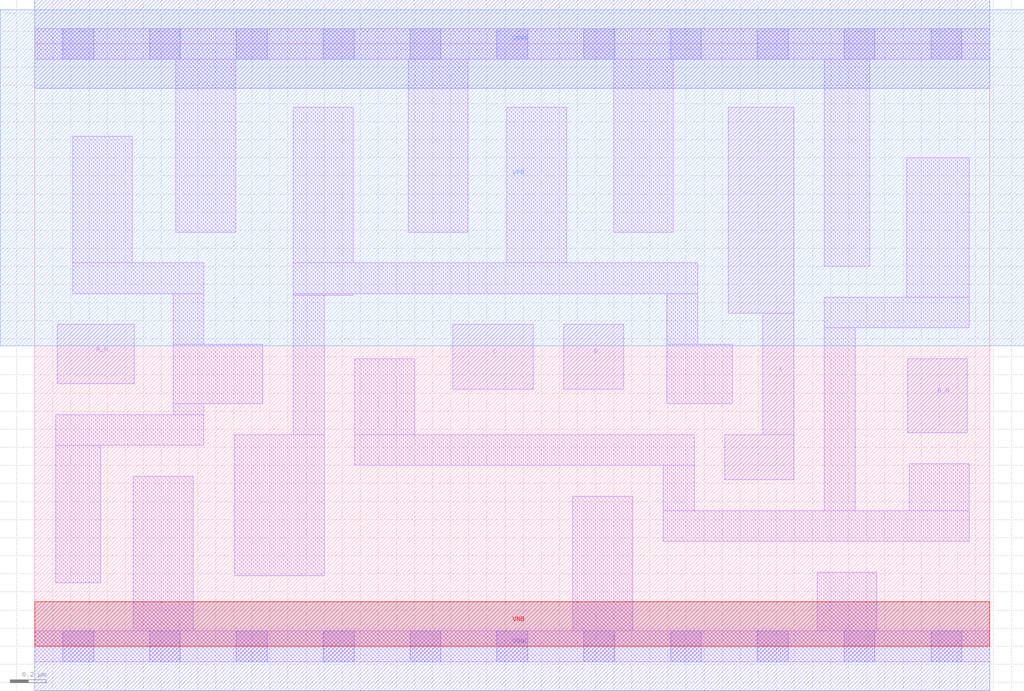
<source format=lef>
# Copyright 2020 The SkyWater PDK Authors
#
# Licensed under the Apache License, Version 2.0 (the "License");
# you may not use this file except in compliance with the License.
# You may obtain a copy of the License at
#
#     https://www.apache.org/licenses/LICENSE-2.0
#
# Unless required by applicable law or agreed to in writing, software
# distributed under the License is distributed on an "AS IS" BASIS,
# WITHOUT WARRANTIES OR CONDITIONS OF ANY KIND, either express or implied.
# See the License for the specific language governing permissions and
# limitations under the License.
#
# SPDX-License-Identifier: Apache-2.0

VERSION 5.7 ;
  NOWIREEXTENSIONATPIN ON ;
  DIVIDERCHAR "/" ;
  BUSBITCHARS "[]" ;
MACRO sky130_fd_sc_ls__and4bb_2
  CLASS CORE ;
  FOREIGN sky130_fd_sc_ls__and4bb_2 ;
  ORIGIN  0.000000  0.000000 ;
  SIZE  5.280000 BY  3.330000 ;
  SYMMETRY X Y ;
  SITE unit ;
  PIN A_N
    ANTENNAGATEAREA  0.208500 ;
    DIRECTION INPUT ;
    USE SIGNAL ;
    PORT
      LAYER li1 ;
        RECT 0.125000 1.450000 0.550000 1.780000 ;
    END
  END A_N
  PIN B_N
    ANTENNAGATEAREA  0.208500 ;
    DIRECTION INPUT ;
    USE SIGNAL ;
    PORT
      LAYER li1 ;
        RECT 4.825000 1.180000 5.155000 1.590000 ;
    END
  END B_N
  PIN C
    ANTENNAGATEAREA  0.261000 ;
    DIRECTION INPUT ;
    USE SIGNAL ;
    PORT
      LAYER li1 ;
        RECT 2.310000 1.420000 2.755000 1.780000 ;
    END
  END C
  PIN D
    ANTENNAGATEAREA  0.261000 ;
    DIRECTION INPUT ;
    USE SIGNAL ;
    PORT
      LAYER li1 ;
        RECT 2.925000 1.420000 3.255000 1.780000 ;
    END
  END D
  PIN VNB
    PORT
      LAYER pwell ;
        RECT 0.000000 0.000000 5.280000 0.245000 ;
    END
  END VNB
  PIN VPB
    PORT
      LAYER nwell ;
        RECT -0.190000 1.660000 5.470000 3.520000 ;
    END
  END VPB
  PIN X
    ANTENNADIFFAREA  0.543200 ;
    DIRECTION OUTPUT ;
    USE SIGNAL ;
    PORT
      LAYER li1 ;
        RECT 3.815000 0.920000 4.195000 1.170000 ;
        RECT 3.835000 1.840000 4.195000 2.980000 ;
        RECT 4.025000 1.170000 4.195000 1.840000 ;
    END
  END X
  PIN VGND
    DIRECTION INOUT ;
    SHAPE ABUTMENT ;
    USE GROUND ;
    PORT
      LAYER met1 ;
        RECT 0.000000 -0.245000 5.280000 0.245000 ;
    END
  END VGND
  PIN VPWR
    DIRECTION INOUT ;
    SHAPE ABUTMENT ;
    USE POWER ;
    PORT
      LAYER met1 ;
        RECT 0.000000 3.085000 5.280000 3.575000 ;
    END
  END VPWR
  OBS
    LAYER li1 ;
      RECT 0.000000 -0.085000 5.280000 0.085000 ;
      RECT 0.000000  3.245000 5.280000 3.415000 ;
      RECT 0.115000  0.350000 0.365000 1.110000 ;
      RECT 0.115000  1.110000 0.935000 1.280000 ;
      RECT 0.210000  1.950000 0.935000 2.120000 ;
      RECT 0.210000  2.120000 0.540000 2.820000 ;
      RECT 0.545000  0.085000 0.875000 0.940000 ;
      RECT 0.765000  1.280000 0.935000 1.340000 ;
      RECT 0.765000  1.340000 1.260000 1.670000 ;
      RECT 0.765000  1.670000 0.935000 1.950000 ;
      RECT 0.780000  2.290000 1.110000 3.245000 ;
      RECT 1.105000  0.390000 1.600000 1.170000 ;
      RECT 1.430000  1.170000 1.600000 1.940000 ;
      RECT 1.430000  1.940000 1.760000 1.950000 ;
      RECT 1.430000  1.950000 3.665000 2.120000 ;
      RECT 1.430000  2.120000 1.760000 2.980000 ;
      RECT 1.770000  1.000000 3.645000 1.170000 ;
      RECT 1.770000  1.170000 2.100000 1.590000 ;
      RECT 2.065000  2.290000 2.395000 3.245000 ;
      RECT 2.610000  2.120000 2.940000 2.980000 ;
      RECT 2.975000  0.085000 3.305000 0.830000 ;
      RECT 3.200000  2.290000 3.530000 3.245000 ;
      RECT 3.475000  0.580000 5.165000 0.750000 ;
      RECT 3.475000  0.750000 3.645000 1.000000 ;
      RECT 3.495000  1.340000 3.855000 1.670000 ;
      RECT 3.495000  1.670000 3.665000 1.950000 ;
      RECT 4.325000  0.085000 4.655000 0.410000 ;
      RECT 4.365000  0.750000 4.535000 1.760000 ;
      RECT 4.365000  1.760000 5.165000 1.930000 ;
      RECT 4.365000  2.100000 4.615000 3.245000 ;
      RECT 4.820000  1.930000 5.165000 2.700000 ;
      RECT 4.835000  0.750000 5.165000 1.010000 ;
    LAYER mcon ;
      RECT 0.155000 -0.085000 0.325000 0.085000 ;
      RECT 0.155000  3.245000 0.325000 3.415000 ;
      RECT 0.635000 -0.085000 0.805000 0.085000 ;
      RECT 0.635000  3.245000 0.805000 3.415000 ;
      RECT 1.115000 -0.085000 1.285000 0.085000 ;
      RECT 1.115000  3.245000 1.285000 3.415000 ;
      RECT 1.595000 -0.085000 1.765000 0.085000 ;
      RECT 1.595000  3.245000 1.765000 3.415000 ;
      RECT 2.075000 -0.085000 2.245000 0.085000 ;
      RECT 2.075000  3.245000 2.245000 3.415000 ;
      RECT 2.555000 -0.085000 2.725000 0.085000 ;
      RECT 2.555000  3.245000 2.725000 3.415000 ;
      RECT 3.035000 -0.085000 3.205000 0.085000 ;
      RECT 3.035000  3.245000 3.205000 3.415000 ;
      RECT 3.515000 -0.085000 3.685000 0.085000 ;
      RECT 3.515000  3.245000 3.685000 3.415000 ;
      RECT 3.995000 -0.085000 4.165000 0.085000 ;
      RECT 3.995000  3.245000 4.165000 3.415000 ;
      RECT 4.475000 -0.085000 4.645000 0.085000 ;
      RECT 4.475000  3.245000 4.645000 3.415000 ;
      RECT 4.955000 -0.085000 5.125000 0.085000 ;
      RECT 4.955000  3.245000 5.125000 3.415000 ;
  END
END sky130_fd_sc_ls__and4bb_2
END LIBRARY

</source>
